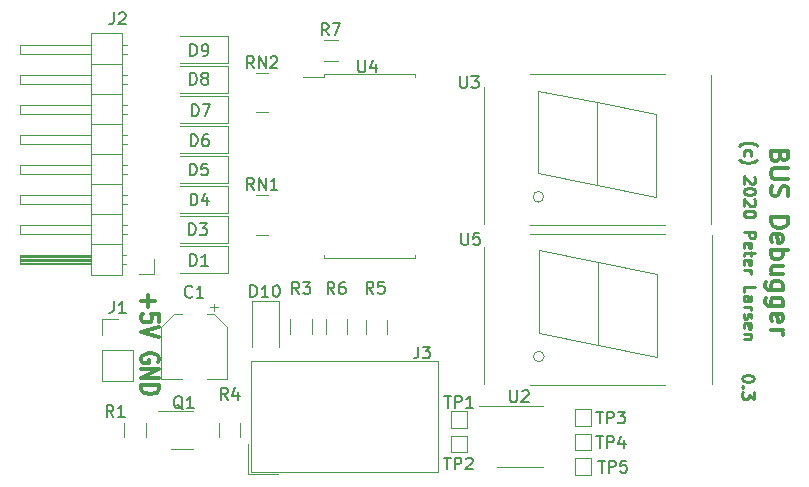
<source format=gbr>
G04 #@! TF.GenerationSoftware,KiCad,Pcbnew,5.1.6-1.fc32*
G04 #@! TF.CreationDate,2020-06-02T17:43:18-04:00*
G04 #@! TF.ProjectId,binarydispattiny,62696e61-7279-4646-9973-70617474696e,0.3*
G04 #@! TF.SameCoordinates,Original*
G04 #@! TF.FileFunction,Legend,Top*
G04 #@! TF.FilePolarity,Positive*
%FSLAX46Y46*%
G04 Gerber Fmt 4.6, Leading zero omitted, Abs format (unit mm)*
G04 Created by KiCad (PCBNEW 5.1.6-1.fc32) date 2020-06-02 17:43:18*
%MOMM*%
%LPD*%
G01*
G04 APERTURE LIST*
%ADD10C,0.250000*%
%ADD11C,0.300000*%
%ADD12C,0.120000*%
%ADD13C,0.150000*%
G04 APERTURE END LIST*
D10*
X166269919Y-105892695D02*
X166269919Y-105987933D01*
X166222300Y-106083171D01*
X166174680Y-106130790D01*
X166079442Y-106178409D01*
X165888966Y-106226028D01*
X165650871Y-106226028D01*
X165460395Y-106178409D01*
X165365157Y-106130790D01*
X165317538Y-106083171D01*
X165269919Y-105987933D01*
X165269919Y-105892695D01*
X165317538Y-105797457D01*
X165365157Y-105749838D01*
X165460395Y-105702219D01*
X165650871Y-105654600D01*
X165888966Y-105654600D01*
X166079442Y-105702219D01*
X166174680Y-105749838D01*
X166222300Y-105797457D01*
X166269919Y-105892695D01*
X165365157Y-106654600D02*
X165317538Y-106702219D01*
X165269919Y-106654600D01*
X165317538Y-106606980D01*
X165365157Y-106654600D01*
X165269919Y-106654600D01*
X166269919Y-107035552D02*
X166269919Y-107654600D01*
X165888966Y-107321266D01*
X165888966Y-107464123D01*
X165841347Y-107559361D01*
X165793728Y-107606980D01*
X165698490Y-107654600D01*
X165460395Y-107654600D01*
X165365157Y-107606980D01*
X165317538Y-107559361D01*
X165269919Y-107464123D01*
X165269919Y-107178409D01*
X165317538Y-107083171D01*
X165365157Y-107035552D01*
X165018506Y-86250830D02*
X165066125Y-86203211D01*
X165208982Y-86107973D01*
X165304220Y-86060354D01*
X165447078Y-86012735D01*
X165685173Y-85965116D01*
X165875649Y-85965116D01*
X166113744Y-86012735D01*
X166256601Y-86060354D01*
X166351840Y-86107973D01*
X166494697Y-86203211D01*
X166542316Y-86250830D01*
X165447078Y-87060354D02*
X165399459Y-86965116D01*
X165399459Y-86774640D01*
X165447078Y-86679401D01*
X165494697Y-86631782D01*
X165589935Y-86584163D01*
X165875649Y-86584163D01*
X165970887Y-86631782D01*
X166018506Y-86679401D01*
X166066125Y-86774640D01*
X166066125Y-86965116D01*
X166018506Y-87060354D01*
X165018506Y-87393687D02*
X165066125Y-87441306D01*
X165208982Y-87536544D01*
X165304220Y-87584163D01*
X165447078Y-87631782D01*
X165685173Y-87679401D01*
X165875649Y-87679401D01*
X166113744Y-87631782D01*
X166256601Y-87584163D01*
X166351840Y-87536544D01*
X166494697Y-87441306D01*
X166542316Y-87393687D01*
X166304220Y-88869878D02*
X166351840Y-88917497D01*
X166399459Y-89012735D01*
X166399459Y-89250830D01*
X166351840Y-89346068D01*
X166304220Y-89393687D01*
X166208982Y-89441306D01*
X166113744Y-89441306D01*
X165970887Y-89393687D01*
X165399459Y-88822259D01*
X165399459Y-89441306D01*
X166399459Y-90060354D02*
X166399459Y-90155592D01*
X166351840Y-90250830D01*
X166304220Y-90298449D01*
X166208982Y-90346068D01*
X166018506Y-90393687D01*
X165780411Y-90393687D01*
X165589935Y-90346068D01*
X165494697Y-90298449D01*
X165447078Y-90250830D01*
X165399459Y-90155592D01*
X165399459Y-90060354D01*
X165447078Y-89965116D01*
X165494697Y-89917497D01*
X165589935Y-89869878D01*
X165780411Y-89822259D01*
X166018506Y-89822259D01*
X166208982Y-89869878D01*
X166304220Y-89917497D01*
X166351840Y-89965116D01*
X166399459Y-90060354D01*
X166304220Y-90774640D02*
X166351840Y-90822259D01*
X166399459Y-90917497D01*
X166399459Y-91155592D01*
X166351840Y-91250830D01*
X166304220Y-91298449D01*
X166208982Y-91346068D01*
X166113744Y-91346068D01*
X165970887Y-91298449D01*
X165399459Y-90727020D01*
X165399459Y-91346068D01*
X166399459Y-91965116D02*
X166399459Y-92060354D01*
X166351840Y-92155592D01*
X166304220Y-92203211D01*
X166208982Y-92250830D01*
X166018506Y-92298449D01*
X165780411Y-92298449D01*
X165589935Y-92250830D01*
X165494697Y-92203211D01*
X165447078Y-92155592D01*
X165399459Y-92060354D01*
X165399459Y-91965116D01*
X165447078Y-91869878D01*
X165494697Y-91822259D01*
X165589935Y-91774640D01*
X165780411Y-91727020D01*
X166018506Y-91727020D01*
X166208982Y-91774640D01*
X166304220Y-91822259D01*
X166351840Y-91869878D01*
X166399459Y-91965116D01*
X165399459Y-93488925D02*
X166399459Y-93488925D01*
X166399459Y-93869878D01*
X166351840Y-93965116D01*
X166304220Y-94012735D01*
X166208982Y-94060354D01*
X166066125Y-94060354D01*
X165970887Y-94012735D01*
X165923268Y-93965116D01*
X165875649Y-93869878D01*
X165875649Y-93488925D01*
X165447078Y-94869878D02*
X165399459Y-94774640D01*
X165399459Y-94584163D01*
X165447078Y-94488925D01*
X165542316Y-94441306D01*
X165923268Y-94441306D01*
X166018506Y-94488925D01*
X166066125Y-94584163D01*
X166066125Y-94774640D01*
X166018506Y-94869878D01*
X165923268Y-94917497D01*
X165828030Y-94917497D01*
X165732792Y-94441306D01*
X166066125Y-95203211D02*
X166066125Y-95584163D01*
X166399459Y-95346068D02*
X165542316Y-95346068D01*
X165447078Y-95393687D01*
X165399459Y-95488925D01*
X165399459Y-95584163D01*
X165447078Y-96298449D02*
X165399459Y-96203211D01*
X165399459Y-96012735D01*
X165447078Y-95917497D01*
X165542316Y-95869878D01*
X165923268Y-95869878D01*
X166018506Y-95917497D01*
X166066125Y-96012735D01*
X166066125Y-96203211D01*
X166018506Y-96298449D01*
X165923268Y-96346068D01*
X165828030Y-96346068D01*
X165732792Y-95869878D01*
X165399459Y-96774640D02*
X166066125Y-96774640D01*
X165875649Y-96774640D02*
X165970887Y-96822259D01*
X166018506Y-96869878D01*
X166066125Y-96965116D01*
X166066125Y-97060354D01*
X165399459Y-98631782D02*
X165399459Y-98155592D01*
X166399459Y-98155592D01*
X165399459Y-99393687D02*
X165923268Y-99393687D01*
X166018506Y-99346068D01*
X166066125Y-99250830D01*
X166066125Y-99060354D01*
X166018506Y-98965116D01*
X165447078Y-99393687D02*
X165399459Y-99298449D01*
X165399459Y-99060354D01*
X165447078Y-98965116D01*
X165542316Y-98917497D01*
X165637554Y-98917497D01*
X165732792Y-98965116D01*
X165780411Y-99060354D01*
X165780411Y-99298449D01*
X165828030Y-99393687D01*
X165399459Y-99869878D02*
X166066125Y-99869878D01*
X165875649Y-99869878D02*
X165970887Y-99917497D01*
X166018506Y-99965116D01*
X166066125Y-100060354D01*
X166066125Y-100155592D01*
X165447078Y-100441306D02*
X165399459Y-100536544D01*
X165399459Y-100727020D01*
X165447078Y-100822259D01*
X165542316Y-100869878D01*
X165589935Y-100869878D01*
X165685173Y-100822259D01*
X165732792Y-100727020D01*
X165732792Y-100584163D01*
X165780411Y-100488925D01*
X165875649Y-100441306D01*
X165923268Y-100441306D01*
X166018506Y-100488925D01*
X166066125Y-100584163D01*
X166066125Y-100727020D01*
X166018506Y-100822259D01*
X165447078Y-101679401D02*
X165399459Y-101584163D01*
X165399459Y-101393687D01*
X165447078Y-101298449D01*
X165542316Y-101250830D01*
X165923268Y-101250830D01*
X166018506Y-101298449D01*
X166066125Y-101393687D01*
X166066125Y-101584163D01*
X166018506Y-101679401D01*
X165923268Y-101727020D01*
X165828030Y-101727020D01*
X165732792Y-101250830D01*
X166066125Y-102155592D02*
X165399459Y-102155592D01*
X165970887Y-102155592D02*
X166018506Y-102203211D01*
X166066125Y-102298449D01*
X166066125Y-102441306D01*
X166018506Y-102536544D01*
X165923268Y-102584163D01*
X165399459Y-102584163D01*
D11*
X168488822Y-87146868D02*
X168417394Y-87361154D01*
X168345965Y-87432582D01*
X168203108Y-87504011D01*
X167988822Y-87504011D01*
X167845965Y-87432582D01*
X167774537Y-87361154D01*
X167703108Y-87218297D01*
X167703108Y-86646868D01*
X169203108Y-86646868D01*
X169203108Y-87146868D01*
X169131680Y-87289725D01*
X169060251Y-87361154D01*
X168917394Y-87432582D01*
X168774537Y-87432582D01*
X168631680Y-87361154D01*
X168560251Y-87289725D01*
X168488822Y-87146868D01*
X168488822Y-86646868D01*
X169203108Y-88146868D02*
X167988822Y-88146868D01*
X167845965Y-88218297D01*
X167774537Y-88289725D01*
X167703108Y-88432582D01*
X167703108Y-88718297D01*
X167774537Y-88861154D01*
X167845965Y-88932582D01*
X167988822Y-89004011D01*
X169203108Y-89004011D01*
X167774537Y-89646868D02*
X167703108Y-89861154D01*
X167703108Y-90218297D01*
X167774537Y-90361154D01*
X167845965Y-90432582D01*
X167988822Y-90504011D01*
X168131680Y-90504011D01*
X168274537Y-90432582D01*
X168345965Y-90361154D01*
X168417394Y-90218297D01*
X168488822Y-89932582D01*
X168560251Y-89789725D01*
X168631680Y-89718297D01*
X168774537Y-89646868D01*
X168917394Y-89646868D01*
X169060251Y-89718297D01*
X169131680Y-89789725D01*
X169203108Y-89932582D01*
X169203108Y-90289725D01*
X169131680Y-90504011D01*
X167703108Y-92289725D02*
X169203108Y-92289725D01*
X169203108Y-92646868D01*
X169131680Y-92861154D01*
X168988822Y-93004011D01*
X168845965Y-93075440D01*
X168560251Y-93146868D01*
X168345965Y-93146868D01*
X168060251Y-93075440D01*
X167917394Y-93004011D01*
X167774537Y-92861154D01*
X167703108Y-92646868D01*
X167703108Y-92289725D01*
X167774537Y-94361154D02*
X167703108Y-94218297D01*
X167703108Y-93932582D01*
X167774537Y-93789725D01*
X167917394Y-93718297D01*
X168488822Y-93718297D01*
X168631680Y-93789725D01*
X168703108Y-93932582D01*
X168703108Y-94218297D01*
X168631680Y-94361154D01*
X168488822Y-94432582D01*
X168345965Y-94432582D01*
X168203108Y-93718297D01*
X167703108Y-95075440D02*
X169203108Y-95075440D01*
X168631680Y-95075440D02*
X168703108Y-95218297D01*
X168703108Y-95504011D01*
X168631680Y-95646868D01*
X168560251Y-95718297D01*
X168417394Y-95789725D01*
X167988822Y-95789725D01*
X167845965Y-95718297D01*
X167774537Y-95646868D01*
X167703108Y-95504011D01*
X167703108Y-95218297D01*
X167774537Y-95075440D01*
X168703108Y-97075440D02*
X167703108Y-97075440D01*
X168703108Y-96432582D02*
X167917394Y-96432582D01*
X167774537Y-96504011D01*
X167703108Y-96646868D01*
X167703108Y-96861154D01*
X167774537Y-97004011D01*
X167845965Y-97075440D01*
X168703108Y-98432582D02*
X167488822Y-98432582D01*
X167345965Y-98361154D01*
X167274537Y-98289725D01*
X167203108Y-98146868D01*
X167203108Y-97932582D01*
X167274537Y-97789725D01*
X167774537Y-98432582D02*
X167703108Y-98289725D01*
X167703108Y-98004011D01*
X167774537Y-97861154D01*
X167845965Y-97789725D01*
X167988822Y-97718297D01*
X168417394Y-97718297D01*
X168560251Y-97789725D01*
X168631680Y-97861154D01*
X168703108Y-98004011D01*
X168703108Y-98289725D01*
X168631680Y-98432582D01*
X168703108Y-99789725D02*
X167488822Y-99789725D01*
X167345965Y-99718297D01*
X167274537Y-99646868D01*
X167203108Y-99504011D01*
X167203108Y-99289725D01*
X167274537Y-99146868D01*
X167774537Y-99789725D02*
X167703108Y-99646868D01*
X167703108Y-99361154D01*
X167774537Y-99218297D01*
X167845965Y-99146868D01*
X167988822Y-99075439D01*
X168417394Y-99075439D01*
X168560251Y-99146868D01*
X168631680Y-99218297D01*
X168703108Y-99361154D01*
X168703108Y-99646868D01*
X168631680Y-99789725D01*
X167774537Y-101075439D02*
X167703108Y-100932582D01*
X167703108Y-100646868D01*
X167774537Y-100504011D01*
X167917394Y-100432582D01*
X168488822Y-100432582D01*
X168631680Y-100504011D01*
X168703108Y-100646868D01*
X168703108Y-100932582D01*
X168631680Y-101075439D01*
X168488822Y-101146868D01*
X168345965Y-101146868D01*
X168203108Y-100432582D01*
X167703108Y-101789725D02*
X168703108Y-101789725D01*
X168417394Y-101789725D02*
X168560251Y-101861154D01*
X168631680Y-101932582D01*
X168703108Y-102075439D01*
X168703108Y-102218297D01*
X114980257Y-98887480D02*
X114980257Y-99877957D01*
X114408828Y-99382719D02*
X115551685Y-99382719D01*
X115908828Y-101116052D02*
X115908828Y-100497004D01*
X115194542Y-100435100D01*
X115265971Y-100497004D01*
X115337400Y-100620814D01*
X115337400Y-100930338D01*
X115265971Y-101054147D01*
X115194542Y-101116052D01*
X115051685Y-101177957D01*
X114694542Y-101177957D01*
X114551685Y-101116052D01*
X114480257Y-101054147D01*
X114408828Y-100930338D01*
X114408828Y-100620814D01*
X114480257Y-100497004D01*
X114551685Y-100435100D01*
X115908828Y-101549385D02*
X114408828Y-101982719D01*
X115908828Y-102416052D01*
X115837400Y-104520814D02*
X115908828Y-104397004D01*
X115908828Y-104211290D01*
X115837400Y-104025576D01*
X115694542Y-103901766D01*
X115551685Y-103839861D01*
X115265971Y-103777957D01*
X115051685Y-103777957D01*
X114765971Y-103839861D01*
X114623114Y-103901766D01*
X114480257Y-104025576D01*
X114408828Y-104211290D01*
X114408828Y-104335100D01*
X114480257Y-104520814D01*
X114551685Y-104582719D01*
X115051685Y-104582719D01*
X115051685Y-104335100D01*
X114408828Y-105139861D02*
X115908828Y-105139861D01*
X114408828Y-105882719D01*
X115908828Y-105882719D01*
X114408828Y-106501766D02*
X115908828Y-106501766D01*
X115908828Y-106811290D01*
X115837400Y-106997004D01*
X115694542Y-107120814D01*
X115551685Y-107182719D01*
X115265971Y-107244623D01*
X115051685Y-107244623D01*
X114765971Y-107182719D01*
X114623114Y-107120814D01*
X114480257Y-106997004D01*
X114408828Y-106811290D01*
X114408828Y-106501766D01*
D12*
X128824400Y-102125864D02*
X128824400Y-100921736D01*
X127004400Y-102125864D02*
X127004400Y-100921736D01*
X133417900Y-100947136D02*
X133417900Y-102151264D01*
X135237900Y-100947136D02*
X135237900Y-102151264D01*
X131847000Y-102138564D02*
X131847000Y-100934436D01*
X130027000Y-102138564D02*
X130027000Y-100934436D01*
X129852336Y-79053100D02*
X131056464Y-79053100D01*
X129852336Y-77233100D02*
X131056464Y-77233100D01*
X112983600Y-109684736D02*
X112983600Y-110888864D01*
X114803600Y-109684736D02*
X114803600Y-110888864D01*
X122804600Y-110914264D02*
X122804600Y-109710136D01*
X120984600Y-110914264D02*
X120984600Y-109710136D01*
X147345400Y-93660920D02*
X158775400Y-93660920D01*
X147345400Y-106480920D02*
X158775400Y-106480920D01*
X143425400Y-94770920D02*
X143425400Y-106370920D01*
X162695400Y-106370920D02*
X162695400Y-93770920D01*
X158060400Y-97070920D02*
X153060400Y-96070920D01*
X153060400Y-96070920D02*
X148060400Y-95070920D01*
X148060400Y-95070920D02*
X148060400Y-102070920D01*
X148060400Y-102070920D02*
X153060400Y-103070920D01*
X158060400Y-104070920D02*
X153060400Y-103070920D01*
X153060400Y-103070920D02*
X153060400Y-96070920D01*
X158060400Y-97070920D02*
X158060400Y-104070920D01*
X148507614Y-104070920D02*
G75*
G03*
X148507614Y-104070920I-447214J0D01*
G01*
X123707400Y-104456100D02*
X139487400Y-104456100D01*
X139487400Y-104456100D02*
X139487400Y-113806100D01*
X139487400Y-113806100D02*
X123707400Y-113806100D01*
X123707400Y-113806100D02*
X123707400Y-104456100D01*
X123457400Y-114056100D02*
X125997400Y-114056100D01*
X123457400Y-114056100D02*
X123457400Y-111516100D01*
X112796500Y-97151500D02*
X112796500Y-76711500D01*
X112796500Y-76711500D02*
X110136500Y-76711500D01*
X110136500Y-76711500D02*
X110136500Y-97151500D01*
X110136500Y-97151500D02*
X112796500Y-97151500D01*
X110136500Y-96201500D02*
X104136500Y-96201500D01*
X104136500Y-96201500D02*
X104136500Y-95441500D01*
X104136500Y-95441500D02*
X110136500Y-95441500D01*
X110136500Y-96141500D02*
X104136500Y-96141500D01*
X110136500Y-96021500D02*
X104136500Y-96021500D01*
X110136500Y-95901500D02*
X104136500Y-95901500D01*
X110136500Y-95781500D02*
X104136500Y-95781500D01*
X110136500Y-95661500D02*
X104136500Y-95661500D01*
X110136500Y-95541500D02*
X104136500Y-95541500D01*
X113126500Y-96201500D02*
X112796500Y-96201500D01*
X113126500Y-95441500D02*
X112796500Y-95441500D01*
X112796500Y-94551500D02*
X110136500Y-94551500D01*
X110136500Y-93661500D02*
X104136500Y-93661500D01*
X104136500Y-93661500D02*
X104136500Y-92901500D01*
X104136500Y-92901500D02*
X110136500Y-92901500D01*
X113193571Y-93661500D02*
X112796500Y-93661500D01*
X113193571Y-92901500D02*
X112796500Y-92901500D01*
X112796500Y-92011500D02*
X110136500Y-92011500D01*
X110136500Y-91121500D02*
X104136500Y-91121500D01*
X104136500Y-91121500D02*
X104136500Y-90361500D01*
X104136500Y-90361500D02*
X110136500Y-90361500D01*
X113193571Y-91121500D02*
X112796500Y-91121500D01*
X113193571Y-90361500D02*
X112796500Y-90361500D01*
X112796500Y-89471500D02*
X110136500Y-89471500D01*
X110136500Y-88581500D02*
X104136500Y-88581500D01*
X104136500Y-88581500D02*
X104136500Y-87821500D01*
X104136500Y-87821500D02*
X110136500Y-87821500D01*
X113193571Y-88581500D02*
X112796500Y-88581500D01*
X113193571Y-87821500D02*
X112796500Y-87821500D01*
X112796500Y-86931500D02*
X110136500Y-86931500D01*
X110136500Y-86041500D02*
X104136500Y-86041500D01*
X104136500Y-86041500D02*
X104136500Y-85281500D01*
X104136500Y-85281500D02*
X110136500Y-85281500D01*
X113193571Y-86041500D02*
X112796500Y-86041500D01*
X113193571Y-85281500D02*
X112796500Y-85281500D01*
X112796500Y-84391500D02*
X110136500Y-84391500D01*
X110136500Y-83501500D02*
X104136500Y-83501500D01*
X104136500Y-83501500D02*
X104136500Y-82741500D01*
X104136500Y-82741500D02*
X110136500Y-82741500D01*
X113193571Y-83501500D02*
X112796500Y-83501500D01*
X113193571Y-82741500D02*
X112796500Y-82741500D01*
X112796500Y-81851500D02*
X110136500Y-81851500D01*
X110136500Y-80961500D02*
X104136500Y-80961500D01*
X104136500Y-80961500D02*
X104136500Y-80201500D01*
X104136500Y-80201500D02*
X110136500Y-80201500D01*
X113193571Y-80961500D02*
X112796500Y-80961500D01*
X113193571Y-80201500D02*
X112796500Y-80201500D01*
X112796500Y-79311500D02*
X110136500Y-79311500D01*
X110136500Y-78421500D02*
X104136500Y-78421500D01*
X104136500Y-78421500D02*
X104136500Y-77661500D01*
X104136500Y-77661500D02*
X110136500Y-77661500D01*
X113193571Y-78421500D02*
X112796500Y-78421500D01*
X113193571Y-77661500D02*
X112796500Y-77661500D01*
X115506500Y-95821500D02*
X115506500Y-97091500D01*
X115506500Y-97091500D02*
X114236500Y-97091500D01*
X111077700Y-106130400D02*
X113737700Y-106130400D01*
X111077700Y-103530400D02*
X111077700Y-106130400D01*
X113737700Y-103530400D02*
X113737700Y-106130400D01*
X111077700Y-103530400D02*
X113737700Y-103530400D01*
X111077700Y-102260400D02*
X111077700Y-100930400D01*
X111077700Y-100930400D02*
X112407700Y-100930400D01*
X121713000Y-94750000D02*
X117653000Y-94750000D01*
X121713000Y-97020000D02*
X121713000Y-94750000D01*
X117653000Y-97020000D02*
X121713000Y-97020000D01*
X117653000Y-94480000D02*
X121713000Y-94480000D01*
X121713000Y-94480000D02*
X121713000Y-92210000D01*
X121713000Y-92210000D02*
X117653000Y-92210000D01*
X121713000Y-89670000D02*
X117653000Y-89670000D01*
X121713000Y-91940000D02*
X121713000Y-89670000D01*
X117653000Y-91940000D02*
X121713000Y-91940000D01*
X117653000Y-89400000D02*
X121713000Y-89400000D01*
X121713000Y-89400000D02*
X121713000Y-87130000D01*
X121713000Y-87130000D02*
X117653000Y-87130000D01*
X121713000Y-84590000D02*
X117653000Y-84590000D01*
X121713000Y-86860000D02*
X121713000Y-84590000D01*
X117653000Y-86860000D02*
X121713000Y-86860000D01*
X117716500Y-84320000D02*
X121776500Y-84320000D01*
X121776500Y-84320000D02*
X121776500Y-82050000D01*
X121776500Y-82050000D02*
X117716500Y-82050000D01*
X117716500Y-81780000D02*
X121776500Y-81780000D01*
X121776500Y-81780000D02*
X121776500Y-79510000D01*
X121776500Y-79510000D02*
X117716500Y-79510000D01*
X121776500Y-76970000D02*
X117716500Y-76970000D01*
X121776500Y-79240000D02*
X121776500Y-76970000D01*
X117716500Y-79240000D02*
X121776500Y-79240000D01*
X146479260Y-113390360D02*
X148429260Y-113390360D01*
X146479260Y-113390360D02*
X144529260Y-113390360D01*
X146479260Y-108270360D02*
X148429260Y-108270360D01*
X146479260Y-108270360D02*
X143029260Y-108270360D01*
X126026800Y-103268580D02*
X126026800Y-99383580D01*
X126026800Y-99383580D02*
X123756800Y-99383580D01*
X123756800Y-99383580D02*
X123756800Y-103268580D01*
X148472054Y-90552580D02*
G75*
G03*
X148472054Y-90552580I-447214J0D01*
G01*
X158024840Y-83552580D02*
X158024840Y-90552580D01*
X153024840Y-89552580D02*
X153024840Y-82552580D01*
X158024840Y-90552580D02*
X153024840Y-89552580D01*
X148024840Y-88552580D02*
X153024840Y-89552580D01*
X148024840Y-81552580D02*
X148024840Y-88552580D01*
X153024840Y-82552580D02*
X148024840Y-81552580D01*
X158024840Y-83552580D02*
X153024840Y-82552580D01*
X162659840Y-92852580D02*
X162659840Y-80252580D01*
X143389840Y-81252580D02*
X143389840Y-92852580D01*
X147309840Y-92962580D02*
X158739840Y-92962580D01*
X147309840Y-80142580D02*
X158739840Y-80142580D01*
X116943300Y-111909500D02*
X118743300Y-111909500D01*
X118743300Y-108689500D02*
X115793300Y-108689500D01*
X133738620Y-95762580D02*
X137598620Y-95762580D01*
X137598620Y-95762580D02*
X137598620Y-95472580D01*
X133738620Y-95762580D02*
X129878620Y-95762580D01*
X129878620Y-95762580D02*
X129878620Y-95472580D01*
X133738620Y-80142580D02*
X137598620Y-80142580D01*
X137598620Y-80142580D02*
X137598620Y-80432580D01*
X133738620Y-80142580D02*
X129878620Y-80142580D01*
X129878620Y-80142580D02*
X129878620Y-80432580D01*
X129878620Y-80432580D02*
X128088620Y-80432580D01*
X124137800Y-93742300D02*
X125137800Y-93742300D01*
X124137800Y-90382300D02*
X125137800Y-90382300D01*
X124137800Y-80031800D02*
X125137800Y-80031800D01*
X124137800Y-83391800D02*
X125137800Y-83391800D01*
X116112000Y-105985600D02*
X117812000Y-105985600D01*
X121632000Y-105985600D02*
X119932000Y-105985600D01*
X121632000Y-101530037D02*
X121632000Y-105985600D01*
X116112000Y-101530037D02*
X116112000Y-105985600D01*
X117176437Y-100465600D02*
X117812000Y-100465600D01*
X120567563Y-100465600D02*
X119932000Y-100465600D01*
X120567563Y-100465600D02*
X121632000Y-101530037D01*
X117176437Y-100465600D02*
X116112000Y-101530037D01*
X120557000Y-99600600D02*
X120557000Y-100225600D01*
X120869500Y-99913100D02*
X120244500Y-99913100D01*
X140615440Y-110785680D02*
X142015440Y-110785680D01*
X142015440Y-110785680D02*
X142015440Y-112185680D01*
X142015440Y-112185680D02*
X140615440Y-112185680D01*
X140615440Y-112185680D02*
X140615440Y-110785680D01*
X140615440Y-110097800D02*
X140615440Y-108697800D01*
X142015440Y-110097800D02*
X140615440Y-110097800D01*
X142015440Y-108697800D02*
X142015440Y-110097800D01*
X140615440Y-108697800D02*
X142015440Y-108697800D01*
X151085320Y-109935240D02*
X151085320Y-108535240D01*
X152485320Y-109935240D02*
X151085320Y-109935240D01*
X152485320Y-108535240D02*
X152485320Y-109935240D01*
X151085320Y-108535240D02*
X152485320Y-108535240D01*
X151095480Y-110612960D02*
X152495480Y-110612960D01*
X152495480Y-110612960D02*
X152495480Y-112012960D01*
X152495480Y-112012960D02*
X151095480Y-112012960D01*
X151095480Y-112012960D02*
X151095480Y-110612960D01*
X151095480Y-114075440D02*
X151095480Y-112675440D01*
X152495480Y-114075440D02*
X151095480Y-114075440D01*
X152495480Y-112675440D02*
X152495480Y-114075440D01*
X151095480Y-112675440D02*
X152495480Y-112675440D01*
D13*
X127768053Y-98775780D02*
X127434720Y-98299590D01*
X127196624Y-98775780D02*
X127196624Y-97775780D01*
X127577577Y-97775780D01*
X127672815Y-97823400D01*
X127720434Y-97871019D01*
X127768053Y-97966257D01*
X127768053Y-98109114D01*
X127720434Y-98204352D01*
X127672815Y-98251971D01*
X127577577Y-98299590D01*
X127196624Y-98299590D01*
X128101386Y-97775780D02*
X128720434Y-97775780D01*
X128387100Y-98156733D01*
X128529958Y-98156733D01*
X128625196Y-98204352D01*
X128672815Y-98251971D01*
X128720434Y-98347209D01*
X128720434Y-98585304D01*
X128672815Y-98680542D01*
X128625196Y-98728161D01*
X128529958Y-98775780D01*
X128244243Y-98775780D01*
X128149005Y-98728161D01*
X128101386Y-98680542D01*
X134059633Y-98737680D02*
X133726300Y-98261490D01*
X133488204Y-98737680D02*
X133488204Y-97737680D01*
X133869157Y-97737680D01*
X133964395Y-97785300D01*
X134012014Y-97832919D01*
X134059633Y-97928157D01*
X134059633Y-98071014D01*
X134012014Y-98166252D01*
X133964395Y-98213871D01*
X133869157Y-98261490D01*
X133488204Y-98261490D01*
X134964395Y-97737680D02*
X134488204Y-97737680D01*
X134440585Y-98213871D01*
X134488204Y-98166252D01*
X134583442Y-98118633D01*
X134821538Y-98118633D01*
X134916776Y-98166252D01*
X134964395Y-98213871D01*
X135012014Y-98309109D01*
X135012014Y-98547204D01*
X134964395Y-98642442D01*
X134916776Y-98690061D01*
X134821538Y-98737680D01*
X134583442Y-98737680D01*
X134488204Y-98690061D01*
X134440585Y-98642442D01*
X130757633Y-98775780D02*
X130424300Y-98299590D01*
X130186204Y-98775780D02*
X130186204Y-97775780D01*
X130567157Y-97775780D01*
X130662395Y-97823400D01*
X130710014Y-97871019D01*
X130757633Y-97966257D01*
X130757633Y-98109114D01*
X130710014Y-98204352D01*
X130662395Y-98251971D01*
X130567157Y-98299590D01*
X130186204Y-98299590D01*
X131614776Y-97775780D02*
X131424300Y-97775780D01*
X131329061Y-97823400D01*
X131281442Y-97871019D01*
X131186204Y-98013876D01*
X131138585Y-98204352D01*
X131138585Y-98585304D01*
X131186204Y-98680542D01*
X131233823Y-98728161D01*
X131329061Y-98775780D01*
X131519538Y-98775780D01*
X131614776Y-98728161D01*
X131662395Y-98680542D01*
X131710014Y-98585304D01*
X131710014Y-98347209D01*
X131662395Y-98251971D01*
X131614776Y-98204352D01*
X131519538Y-98156733D01*
X131329061Y-98156733D01*
X131233823Y-98204352D01*
X131186204Y-98251971D01*
X131138585Y-98347209D01*
X130262333Y-76868280D02*
X129929000Y-76392090D01*
X129690904Y-76868280D02*
X129690904Y-75868280D01*
X130071857Y-75868280D01*
X130167095Y-75915900D01*
X130214714Y-75963519D01*
X130262333Y-76058757D01*
X130262333Y-76201614D01*
X130214714Y-76296852D01*
X130167095Y-76344471D01*
X130071857Y-76392090D01*
X129690904Y-76392090D01*
X130595666Y-75868280D02*
X131262333Y-75868280D01*
X130833761Y-76868280D01*
X112050533Y-109177080D02*
X111717200Y-108700890D01*
X111479104Y-109177080D02*
X111479104Y-108177080D01*
X111860057Y-108177080D01*
X111955295Y-108224700D01*
X112002914Y-108272319D01*
X112050533Y-108367557D01*
X112050533Y-108510414D01*
X112002914Y-108605652D01*
X111955295Y-108653271D01*
X111860057Y-108700890D01*
X111479104Y-108700890D01*
X113002914Y-109177080D02*
X112431485Y-109177080D01*
X112717200Y-109177080D02*
X112717200Y-108177080D01*
X112621961Y-108319938D01*
X112526723Y-108415176D01*
X112431485Y-108462795D01*
X121739253Y-107716580D02*
X121405920Y-107240390D01*
X121167824Y-107716580D02*
X121167824Y-106716580D01*
X121548777Y-106716580D01*
X121644015Y-106764200D01*
X121691634Y-106811819D01*
X121739253Y-106907057D01*
X121739253Y-107049914D01*
X121691634Y-107145152D01*
X121644015Y-107192771D01*
X121548777Y-107240390D01*
X121167824Y-107240390D01*
X122596396Y-107049914D02*
X122596396Y-107716580D01*
X122358300Y-106668961D02*
X122120205Y-107383247D01*
X122739253Y-107383247D01*
X141503495Y-93610180D02*
X141503495Y-94419704D01*
X141551114Y-94514942D01*
X141598733Y-94562561D01*
X141693971Y-94610180D01*
X141884447Y-94610180D01*
X141979685Y-94562561D01*
X142027304Y-94514942D01*
X142074923Y-94419704D01*
X142074923Y-93610180D01*
X143027304Y-93610180D02*
X142551114Y-93610180D01*
X142503495Y-94086371D01*
X142551114Y-94038752D01*
X142646352Y-93991133D01*
X142884447Y-93991133D01*
X142979685Y-94038752D01*
X143027304Y-94086371D01*
X143074923Y-94181609D01*
X143074923Y-94419704D01*
X143027304Y-94514942D01*
X142979685Y-94562561D01*
X142884447Y-94610180D01*
X142646352Y-94610180D01*
X142551114Y-94562561D01*
X142503495Y-94514942D01*
X137842666Y-103236780D02*
X137842666Y-103951066D01*
X137795047Y-104093923D01*
X137699809Y-104189161D01*
X137556952Y-104236780D01*
X137461714Y-104236780D01*
X138223619Y-103236780D02*
X138842666Y-103236780D01*
X138509333Y-103617733D01*
X138652190Y-103617733D01*
X138747428Y-103665352D01*
X138795047Y-103712971D01*
X138842666Y-103808209D01*
X138842666Y-104046304D01*
X138795047Y-104141542D01*
X138747428Y-104189161D01*
X138652190Y-104236780D01*
X138366476Y-104236780D01*
X138271238Y-104189161D01*
X138223619Y-104141542D01*
X112087066Y-74941180D02*
X112087066Y-75655466D01*
X112039447Y-75798323D01*
X111944209Y-75893561D01*
X111801352Y-75941180D01*
X111706114Y-75941180D01*
X112515638Y-75036419D02*
X112563257Y-74988800D01*
X112658495Y-74941180D01*
X112896590Y-74941180D01*
X112991828Y-74988800D01*
X113039447Y-75036419D01*
X113087066Y-75131657D01*
X113087066Y-75226895D01*
X113039447Y-75369752D01*
X112468019Y-75941180D01*
X113087066Y-75941180D01*
X112074366Y-99382780D02*
X112074366Y-100097066D01*
X112026747Y-100239923D01*
X111931509Y-100335161D01*
X111788652Y-100382780D01*
X111693414Y-100382780D01*
X113074366Y-100382780D02*
X112502938Y-100382780D01*
X112788652Y-100382780D02*
X112788652Y-99382780D01*
X112693414Y-99525638D01*
X112598176Y-99620876D01*
X112502938Y-99668495D01*
X118540304Y-96400880D02*
X118540304Y-95400880D01*
X118778400Y-95400880D01*
X118921257Y-95448500D01*
X119016495Y-95543738D01*
X119064114Y-95638976D01*
X119111733Y-95829452D01*
X119111733Y-95972309D01*
X119064114Y-96162785D01*
X119016495Y-96258023D01*
X118921257Y-96353261D01*
X118778400Y-96400880D01*
X118540304Y-96400880D01*
X120064114Y-96400880D02*
X119492685Y-96400880D01*
X119778400Y-96400880D02*
X119778400Y-95400880D01*
X119683161Y-95543738D01*
X119587923Y-95638976D01*
X119492685Y-95686595D01*
X118438704Y-93797380D02*
X118438704Y-92797380D01*
X118676800Y-92797380D01*
X118819657Y-92845000D01*
X118914895Y-92940238D01*
X118962514Y-93035476D01*
X119010133Y-93225952D01*
X119010133Y-93368809D01*
X118962514Y-93559285D01*
X118914895Y-93654523D01*
X118819657Y-93749761D01*
X118676800Y-93797380D01*
X118438704Y-93797380D01*
X119343466Y-92797380D02*
X119962514Y-92797380D01*
X119629180Y-93178333D01*
X119772038Y-93178333D01*
X119867276Y-93225952D01*
X119914895Y-93273571D01*
X119962514Y-93368809D01*
X119962514Y-93606904D01*
X119914895Y-93702142D01*
X119867276Y-93749761D01*
X119772038Y-93797380D01*
X119486323Y-93797380D01*
X119391085Y-93749761D01*
X119343466Y-93702142D01*
X118578404Y-91270080D02*
X118578404Y-90270080D01*
X118816500Y-90270080D01*
X118959357Y-90317700D01*
X119054595Y-90412938D01*
X119102214Y-90508176D01*
X119149833Y-90698652D01*
X119149833Y-90841509D01*
X119102214Y-91031985D01*
X119054595Y-91127223D01*
X118959357Y-91222461D01*
X118816500Y-91270080D01*
X118578404Y-91270080D01*
X120006976Y-90603414D02*
X120006976Y-91270080D01*
X119768880Y-90222461D02*
X119530785Y-90936747D01*
X120149833Y-90936747D01*
X118514904Y-88742780D02*
X118514904Y-87742780D01*
X118753000Y-87742780D01*
X118895857Y-87790400D01*
X118991095Y-87885638D01*
X119038714Y-87980876D01*
X119086333Y-88171352D01*
X119086333Y-88314209D01*
X119038714Y-88504685D01*
X118991095Y-88599923D01*
X118895857Y-88695161D01*
X118753000Y-88742780D01*
X118514904Y-88742780D01*
X119991095Y-87742780D02*
X119514904Y-87742780D01*
X119467285Y-88218971D01*
X119514904Y-88171352D01*
X119610142Y-88123733D01*
X119848238Y-88123733D01*
X119943476Y-88171352D01*
X119991095Y-88218971D01*
X120038714Y-88314209D01*
X120038714Y-88552304D01*
X119991095Y-88647542D01*
X119943476Y-88695161D01*
X119848238Y-88742780D01*
X119610142Y-88742780D01*
X119514904Y-88695161D01*
X119467285Y-88647542D01*
X118603804Y-86253580D02*
X118603804Y-85253580D01*
X118841900Y-85253580D01*
X118984757Y-85301200D01*
X119079995Y-85396438D01*
X119127614Y-85491676D01*
X119175233Y-85682152D01*
X119175233Y-85825009D01*
X119127614Y-86015485D01*
X119079995Y-86110723D01*
X118984757Y-86205961D01*
X118841900Y-86253580D01*
X118603804Y-86253580D01*
X120032376Y-85253580D02*
X119841900Y-85253580D01*
X119746661Y-85301200D01*
X119699042Y-85348819D01*
X119603804Y-85491676D01*
X119556185Y-85682152D01*
X119556185Y-86063104D01*
X119603804Y-86158342D01*
X119651423Y-86205961D01*
X119746661Y-86253580D01*
X119937138Y-86253580D01*
X120032376Y-86205961D01*
X120079995Y-86158342D01*
X120127614Y-86063104D01*
X120127614Y-85825009D01*
X120079995Y-85729771D01*
X120032376Y-85682152D01*
X119937138Y-85634533D01*
X119746661Y-85634533D01*
X119651423Y-85682152D01*
X119603804Y-85729771D01*
X119556185Y-85825009D01*
X118692704Y-83713580D02*
X118692704Y-82713580D01*
X118930800Y-82713580D01*
X119073657Y-82761200D01*
X119168895Y-82856438D01*
X119216514Y-82951676D01*
X119264133Y-83142152D01*
X119264133Y-83285009D01*
X119216514Y-83475485D01*
X119168895Y-83570723D01*
X119073657Y-83665961D01*
X118930800Y-83713580D01*
X118692704Y-83713580D01*
X119597466Y-82713580D02*
X120264133Y-82713580D01*
X119835561Y-83713580D01*
X118540304Y-81059280D02*
X118540304Y-80059280D01*
X118778400Y-80059280D01*
X118921257Y-80106900D01*
X119016495Y-80202138D01*
X119064114Y-80297376D01*
X119111733Y-80487852D01*
X119111733Y-80630709D01*
X119064114Y-80821185D01*
X119016495Y-80916423D01*
X118921257Y-81011661D01*
X118778400Y-81059280D01*
X118540304Y-81059280D01*
X119683161Y-80487852D02*
X119587923Y-80440233D01*
X119540304Y-80392614D01*
X119492685Y-80297376D01*
X119492685Y-80249757D01*
X119540304Y-80154519D01*
X119587923Y-80106900D01*
X119683161Y-80059280D01*
X119873638Y-80059280D01*
X119968876Y-80106900D01*
X120016495Y-80154519D01*
X120064114Y-80249757D01*
X120064114Y-80297376D01*
X120016495Y-80392614D01*
X119968876Y-80440233D01*
X119873638Y-80487852D01*
X119683161Y-80487852D01*
X119587923Y-80535471D01*
X119540304Y-80583090D01*
X119492685Y-80678328D01*
X119492685Y-80868804D01*
X119540304Y-80964042D01*
X119587923Y-81011661D01*
X119683161Y-81059280D01*
X119873638Y-81059280D01*
X119968876Y-81011661D01*
X120016495Y-80964042D01*
X120064114Y-80868804D01*
X120064114Y-80678328D01*
X120016495Y-80583090D01*
X119968876Y-80535471D01*
X119873638Y-80487852D01*
X118565704Y-78608180D02*
X118565704Y-77608180D01*
X118803800Y-77608180D01*
X118946657Y-77655800D01*
X119041895Y-77751038D01*
X119089514Y-77846276D01*
X119137133Y-78036752D01*
X119137133Y-78179609D01*
X119089514Y-78370085D01*
X119041895Y-78465323D01*
X118946657Y-78560561D01*
X118803800Y-78608180D01*
X118565704Y-78608180D01*
X119613323Y-78608180D02*
X119803800Y-78608180D01*
X119899038Y-78560561D01*
X119946657Y-78512942D01*
X120041895Y-78370085D01*
X120089514Y-78179609D01*
X120089514Y-77798657D01*
X120041895Y-77703419D01*
X119994276Y-77655800D01*
X119899038Y-77608180D01*
X119708561Y-77608180D01*
X119613323Y-77655800D01*
X119565704Y-77703419D01*
X119518085Y-77798657D01*
X119518085Y-78036752D01*
X119565704Y-78131990D01*
X119613323Y-78179609D01*
X119708561Y-78227228D01*
X119899038Y-78227228D01*
X119994276Y-78179609D01*
X120041895Y-78131990D01*
X120089514Y-78036752D01*
X145641155Y-106929940D02*
X145641155Y-107739464D01*
X145688774Y-107834702D01*
X145736393Y-107882321D01*
X145831631Y-107929940D01*
X146022107Y-107929940D01*
X146117345Y-107882321D01*
X146164964Y-107834702D01*
X146212583Y-107739464D01*
X146212583Y-106929940D01*
X146641155Y-107025179D02*
X146688774Y-106977560D01*
X146784012Y-106929940D01*
X147022107Y-106929940D01*
X147117345Y-106977560D01*
X147164964Y-107025179D01*
X147212583Y-107120417D01*
X147212583Y-107215655D01*
X147164964Y-107358512D01*
X146593536Y-107929940D01*
X147212583Y-107929940D01*
X123639414Y-99029780D02*
X123639414Y-98029780D01*
X123877509Y-98029780D01*
X124020366Y-98077400D01*
X124115604Y-98172638D01*
X124163223Y-98267876D01*
X124210842Y-98458352D01*
X124210842Y-98601209D01*
X124163223Y-98791685D01*
X124115604Y-98886923D01*
X124020366Y-98982161D01*
X123877509Y-99029780D01*
X123639414Y-99029780D01*
X125163223Y-99029780D02*
X124591795Y-99029780D01*
X124877509Y-99029780D02*
X124877509Y-98029780D01*
X124782271Y-98172638D01*
X124687033Y-98267876D01*
X124591795Y-98315495D01*
X125782271Y-98029780D02*
X125877509Y-98029780D01*
X125972747Y-98077400D01*
X126020366Y-98125019D01*
X126067985Y-98220257D01*
X126115604Y-98410733D01*
X126115604Y-98648828D01*
X126067985Y-98839304D01*
X126020366Y-98934542D01*
X125972747Y-98982161D01*
X125877509Y-99029780D01*
X125782271Y-99029780D01*
X125687033Y-98982161D01*
X125639414Y-98934542D01*
X125591795Y-98839304D01*
X125544176Y-98648828D01*
X125544176Y-98410733D01*
X125591795Y-98220257D01*
X125639414Y-98125019D01*
X125687033Y-98077400D01*
X125782271Y-98029780D01*
X141401895Y-80325520D02*
X141401895Y-81135044D01*
X141449514Y-81230282D01*
X141497133Y-81277901D01*
X141592371Y-81325520D01*
X141782847Y-81325520D01*
X141878085Y-81277901D01*
X141925704Y-81230282D01*
X141973323Y-81135044D01*
X141973323Y-80325520D01*
X142354276Y-80325520D02*
X142973323Y-80325520D01*
X142639990Y-80706473D01*
X142782847Y-80706473D01*
X142878085Y-80754092D01*
X142925704Y-80801711D01*
X142973323Y-80896949D01*
X142973323Y-81135044D01*
X142925704Y-81230282D01*
X142878085Y-81277901D01*
X142782847Y-81325520D01*
X142497133Y-81325520D01*
X142401895Y-81277901D01*
X142354276Y-81230282D01*
X117925861Y-108548419D02*
X117830623Y-108500800D01*
X117735385Y-108405561D01*
X117592528Y-108262704D01*
X117497290Y-108215085D01*
X117402052Y-108215085D01*
X117449671Y-108453180D02*
X117354433Y-108405561D01*
X117259195Y-108310323D01*
X117211576Y-108119847D01*
X117211576Y-107786514D01*
X117259195Y-107596038D01*
X117354433Y-107500800D01*
X117449671Y-107453180D01*
X117640147Y-107453180D01*
X117735385Y-107500800D01*
X117830623Y-107596038D01*
X117878242Y-107786514D01*
X117878242Y-108119847D01*
X117830623Y-108310323D01*
X117735385Y-108405561D01*
X117640147Y-108453180D01*
X117449671Y-108453180D01*
X118830623Y-108453180D02*
X118259195Y-108453180D01*
X118544909Y-108453180D02*
X118544909Y-107453180D01*
X118449671Y-107596038D01*
X118354433Y-107691276D01*
X118259195Y-107738895D01*
X132786215Y-78997560D02*
X132786215Y-79807084D01*
X132833834Y-79902322D01*
X132881453Y-79949941D01*
X132976691Y-79997560D01*
X133167167Y-79997560D01*
X133262405Y-79949941D01*
X133310024Y-79902322D01*
X133357643Y-79807084D01*
X133357643Y-78997560D01*
X134262405Y-79330894D02*
X134262405Y-79997560D01*
X134024310Y-78949941D02*
X133786215Y-79664227D01*
X134405262Y-79664227D01*
X123934623Y-89961980D02*
X123601290Y-89485790D01*
X123363195Y-89961980D02*
X123363195Y-88961980D01*
X123744147Y-88961980D01*
X123839385Y-89009600D01*
X123887004Y-89057219D01*
X123934623Y-89152457D01*
X123934623Y-89295314D01*
X123887004Y-89390552D01*
X123839385Y-89438171D01*
X123744147Y-89485790D01*
X123363195Y-89485790D01*
X124363195Y-89961980D02*
X124363195Y-88961980D01*
X124934623Y-89961980D01*
X124934623Y-88961980D01*
X125934623Y-89961980D02*
X125363195Y-89961980D01*
X125648909Y-89961980D02*
X125648909Y-88961980D01*
X125553671Y-89104838D01*
X125458433Y-89200076D01*
X125363195Y-89247695D01*
X123934623Y-79662280D02*
X123601290Y-79186090D01*
X123363195Y-79662280D02*
X123363195Y-78662280D01*
X123744147Y-78662280D01*
X123839385Y-78709900D01*
X123887004Y-78757519D01*
X123934623Y-78852757D01*
X123934623Y-78995614D01*
X123887004Y-79090852D01*
X123839385Y-79138471D01*
X123744147Y-79186090D01*
X123363195Y-79186090D01*
X124363195Y-79662280D02*
X124363195Y-78662280D01*
X124934623Y-79662280D01*
X124934623Y-78662280D01*
X125363195Y-78757519D02*
X125410814Y-78709900D01*
X125506052Y-78662280D01*
X125744147Y-78662280D01*
X125839385Y-78709900D01*
X125887004Y-78757519D01*
X125934623Y-78852757D01*
X125934623Y-78947995D01*
X125887004Y-79090852D01*
X125315576Y-79662280D01*
X125934623Y-79662280D01*
X118718033Y-98985342D02*
X118670414Y-99032961D01*
X118527557Y-99080580D01*
X118432319Y-99080580D01*
X118289461Y-99032961D01*
X118194223Y-98937723D01*
X118146604Y-98842485D01*
X118098985Y-98652009D01*
X118098985Y-98509152D01*
X118146604Y-98318676D01*
X118194223Y-98223438D01*
X118289461Y-98128200D01*
X118432319Y-98080580D01*
X118527557Y-98080580D01*
X118670414Y-98128200D01*
X118718033Y-98175819D01*
X119670414Y-99080580D02*
X119098985Y-99080580D01*
X119384700Y-99080580D02*
X119384700Y-98080580D01*
X119289461Y-98223438D01*
X119194223Y-98318676D01*
X119098985Y-98366295D01*
X140038295Y-112624620D02*
X140609723Y-112624620D01*
X140324009Y-113624620D02*
X140324009Y-112624620D01*
X140943057Y-113624620D02*
X140943057Y-112624620D01*
X141324009Y-112624620D01*
X141419247Y-112672240D01*
X141466866Y-112719859D01*
X141514485Y-112815097D01*
X141514485Y-112957954D01*
X141466866Y-113053192D01*
X141419247Y-113100811D01*
X141324009Y-113148430D01*
X140943057Y-113148430D01*
X141895438Y-112719859D02*
X141943057Y-112672240D01*
X142038295Y-112624620D01*
X142276390Y-112624620D01*
X142371628Y-112672240D01*
X142419247Y-112719859D01*
X142466866Y-112815097D01*
X142466866Y-112910335D01*
X142419247Y-113053192D01*
X141847819Y-113624620D01*
X142466866Y-113624620D01*
X140053535Y-107402180D02*
X140624963Y-107402180D01*
X140339249Y-108402180D02*
X140339249Y-107402180D01*
X140958297Y-108402180D02*
X140958297Y-107402180D01*
X141339249Y-107402180D01*
X141434487Y-107449800D01*
X141482106Y-107497419D01*
X141529725Y-107592657D01*
X141529725Y-107735514D01*
X141482106Y-107830752D01*
X141434487Y-107878371D01*
X141339249Y-107925990D01*
X140958297Y-107925990D01*
X142482106Y-108402180D02*
X141910678Y-108402180D01*
X142196392Y-108402180D02*
X142196392Y-107402180D01*
X142101154Y-107545038D01*
X142005916Y-107640276D01*
X141910678Y-107687895D01*
X152916095Y-108738420D02*
X153487523Y-108738420D01*
X153201809Y-109738420D02*
X153201809Y-108738420D01*
X153820857Y-109738420D02*
X153820857Y-108738420D01*
X154201809Y-108738420D01*
X154297047Y-108786040D01*
X154344666Y-108833659D01*
X154392285Y-108928897D01*
X154392285Y-109071754D01*
X154344666Y-109166992D01*
X154297047Y-109214611D01*
X154201809Y-109262230D01*
X153820857Y-109262230D01*
X154725619Y-108738420D02*
X155344666Y-108738420D01*
X155011333Y-109119373D01*
X155154190Y-109119373D01*
X155249428Y-109166992D01*
X155297047Y-109214611D01*
X155344666Y-109309849D01*
X155344666Y-109547944D01*
X155297047Y-109643182D01*
X155249428Y-109690801D01*
X155154190Y-109738420D01*
X154868476Y-109738420D01*
X154773238Y-109690801D01*
X154725619Y-109643182D01*
X152936415Y-110826300D02*
X153507843Y-110826300D01*
X153222129Y-111826300D02*
X153222129Y-110826300D01*
X153841177Y-111826300D02*
X153841177Y-110826300D01*
X154222129Y-110826300D01*
X154317367Y-110873920D01*
X154364986Y-110921539D01*
X154412605Y-111016777D01*
X154412605Y-111159634D01*
X154364986Y-111254872D01*
X154317367Y-111302491D01*
X154222129Y-111350110D01*
X153841177Y-111350110D01*
X155269748Y-111159634D02*
X155269748Y-111826300D01*
X155031653Y-110778681D02*
X154793558Y-111492967D01*
X155412605Y-111492967D01*
X153093895Y-112898940D02*
X153665323Y-112898940D01*
X153379609Y-113898940D02*
X153379609Y-112898940D01*
X153998657Y-113898940D02*
X153998657Y-112898940D01*
X154379609Y-112898940D01*
X154474847Y-112946560D01*
X154522466Y-112994179D01*
X154570085Y-113089417D01*
X154570085Y-113232274D01*
X154522466Y-113327512D01*
X154474847Y-113375131D01*
X154379609Y-113422750D01*
X153998657Y-113422750D01*
X155474847Y-112898940D02*
X154998657Y-112898940D01*
X154951038Y-113375131D01*
X154998657Y-113327512D01*
X155093895Y-113279893D01*
X155331990Y-113279893D01*
X155427228Y-113327512D01*
X155474847Y-113375131D01*
X155522466Y-113470369D01*
X155522466Y-113708464D01*
X155474847Y-113803702D01*
X155427228Y-113851321D01*
X155331990Y-113898940D01*
X155093895Y-113898940D01*
X154998657Y-113851321D01*
X154951038Y-113803702D01*
M02*

</source>
